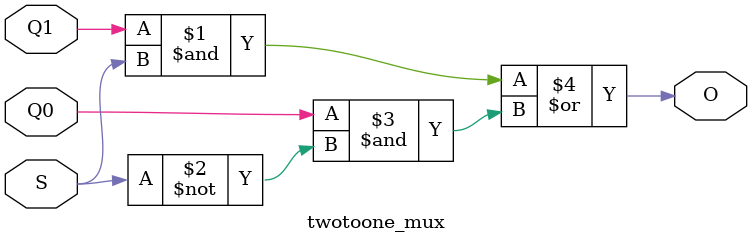
<source format=v>
module twotoone_mux(S, Q1, Q0, O);
input S, Q1, Q0;
output O;

assign O= Q1&S | Q0&~S;

endmodule
</source>
